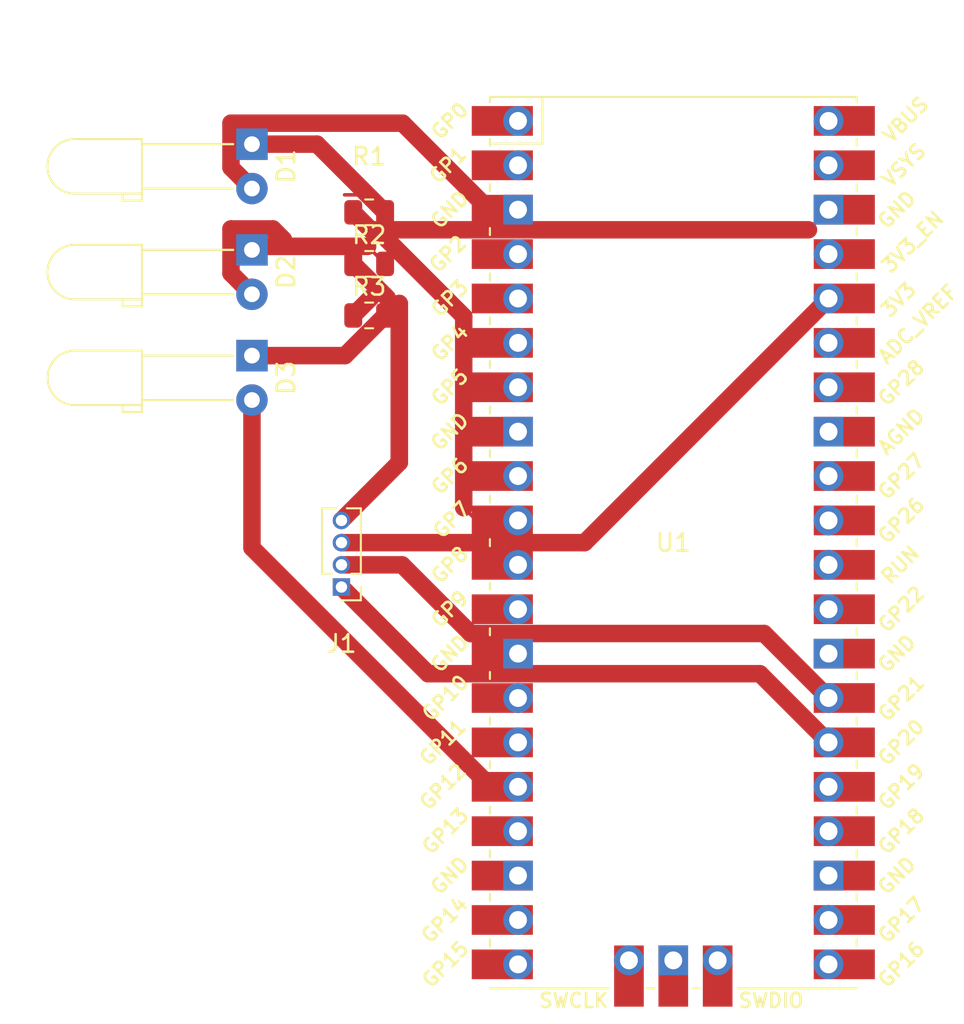
<source format=kicad_pcb>
(kicad_pcb (version 20240108) (generator "pcbnew") (generator_version "8.0")
  (layers (0 "F.Cu" signal) (31 "B.Cu" signal) (34 "B.Paste" user) (35 "F.Paste" user) (36 "B.SilkS" user "B.Silkscreen") (37 "F.SilkS" user "F.Silkscreen") (38 "B.Mask" user) (39 "F.Mask" user) (44 "Edge.Cuts" user))
  (net 0 "")
  (net 1 "Net-(D3-A)")
  (net 26 "Net-(J1-Pin_3)")
  (net 27 "Net-(J1-Pin_2)")
  (footprint "Resistor_SMD:R_0805_2012Metric" (layer "F.Cu") (at 144.9775 76)
    (property "Reference" "R2" (at 0 -1.65 0) (layer "F.SilkS"))
    (property "Value" "220R")
    (fp_line (start -0.227064 -0.735) (end 0.227064 -0.735) (stroke (width 0.12)) (layer "F.SilkS"))
    (fp_line (start -0.227064 0.735) (end 0.227064 0.735) (stroke (width 0.12)) (layer "F.SilkS"))
    (pad "1" smd roundrect (at -0.9125 0) (size 1.025 1.4) (layers "F.Cu" "F.Paste" "F.Mask") (roundrect_rratio 0.243902) (net 26 "Net-(J1-Pin_3)"))
    (pad "2" smd roundrect (at 0.9125 0) (size 1.025 1.4) (layers "F.Cu" "F.Paste" "F.Mask") (roundrect_rratio 0.243902) (net 26 "Net-(J1-Pin_3)"))
  )
  (footprint "LED_THT:LED_D3.0mm_Horizontal_O6.35mm_Z10.0mm" (layer "F.Cu") (at 138.265 75.2 -90)
    (property "Reference" "D2" (at 1.27 -1.96 90) (layer "F.SilkS"))
    (property "Value" "LED")
    (fp_line (start 2.83 7.41) (end 2.83 6.29) (stroke (width 0.12)) (layer "F.SilkS"))
    (fp_line (start 3.23 7.41) (end 2.83 7.41) (stroke (width 0.12)) (layer "F.SilkS"))
    (fp_line (start -0.29 6.29) (end -0.29 10.15) (stroke (width 0.12)) (layer "F.SilkS"))
    (fp_line (start -0.29 6.29) (end 2.83 6.29) (stroke (width 0.12)) (layer "F.SilkS"))
    (fp_line (start 0 6.29) (end 0 6.29) (stroke (width 0.12)) (layer "F.SilkS"))
    (fp_line (start 0 6.29) (end 0 1.08) (stroke (width 0.12)) (layer "F.SilkS"))
    (fp_line (start 2.54 6.29) (end 2.54 6.29) (stroke (width 0.12)) (layer "F.SilkS"))
    (fp_line (start 2.54 6.29) (end 2.54 1.08) (stroke (width 0.12)) (layer "F.SilkS"))
    (fp_line (start 2.83 6.29) (end 2.83 10.15) (stroke (width 0.12)) (layer "F.SilkS"))
    (fp_line (start 2.83 6.29) (end 3.23 6.29) (stroke (width 0.12)) (layer "F.SilkS"))
    (fp_line (start 3.23 6.29) (end 3.23 7.41) (stroke (width 0.12)) (layer "F.SilkS"))
    (fp_line (start 0 1.08) (end 0 6.29) (stroke (width 0.12)) (layer "F.SilkS"))
    (fp_line (start 0 1.08) (end 0 1.08) (stroke (width 0.12)) (layer "F.SilkS"))
    (fp_line (start 2.54 1.08) (end 2.54 6.29) (stroke (width 0.12)) (layer "F.SilkS"))
    (fp_line (start 2.54 1.08) (end 2.54 1.08) (stroke (width 0.12)) (layer "F.SilkS"))
    (fp_arc (start 2.83 10.15) (mid 1.27 11.71) (end -0.29 10.15) (stroke (width 0.12)) (layer "F.SilkS"))
    (pad "1" thru_hole rect (at 0 0 270) (size 1.8 1.8) (drill 0.9) (layers "*.Cu" "*.Mask") (net 26 "Net-(J1-Pin_3)"))
    (pad "2" thru_hole circle (at 2.54 0 270) (size 1.8 1.8) (drill 0.9) (layers "*.Cu" "*.Mask") (net 26 "Net-(J1-Pin_3)"))
  )
  (footprint "Connector_PinHeader_1.27mm:PinHeader_1x04_P1.27mm_Vertical" (layer "F.Cu") (at 143.39 94.49 180)
    (property "Reference" "J1" (at 0 -3.245 180) (layer "F.SilkS"))
    (property "Value" "Conn_01x04_Pin")
    (fp_line (start 1.11 0.76) (end 1.11 4.505) (stroke (width 0.12)) (layer "F.SilkS"))
    (fp_line (start 0.563471 0.76) (end 1.11 0.76) (stroke (width 0.12)) (layer "F.SilkS"))
    (fp_line (start 0.30753 4.505) (end 1.11 4.505) (stroke (width 0.12)) (layer "F.SilkS"))
    (fp_line (start -1.11 4.505) (end -0.30753 4.505) (stroke (width 0.12)) (layer "F.SilkS"))
    (fp_line (start -1.11 0.76) (end -0.563471 0.76) (stroke (width 0.12)) (layer "F.SilkS"))
    (fp_line (start -1.11 0.76) (end -1.11 4.505) (stroke (width 0.12)) (layer "F.SilkS"))
    (fp_line (start -1.11 0) (end -1.11 -0.76) (stroke (width 0.12)) (layer "F.SilkS"))
    (fp_line (start -1.11 -0.76) (end 0 -0.76) (stroke (width 0.12)) (layer "F.SilkS"))
    (pad "1" thru_hole rect (at 0 0 180) (size 1 1) (drill 0.65) (layers "*.Cu" "*.Mask") (net 27 "Net-(J1-Pin_2)"))
    (pad "2" thru_hole oval (at 0 1.27 180) (size 1 1) (drill 0.65) (layers "*.Cu" "*.Mask") (net 27 "Net-(J1-Pin_2)"))
    (pad "3" thru_hole oval (at 0 2.54 180) (size 1 1) (drill 0.65) (layers "*.Cu" "*.Mask") (net 26 "Net-(J1-Pin_3)"))
    (pad "4" thru_hole oval (at 0 3.81 180) (size 1 1) (drill 0.65) (layers "*.Cu" "*.Mask") (net 26 "Net-(J1-Pin_3)"))
  )
  (footprint "LED_THT:LED_D3.0mm_Horizontal_O6.35mm_Z10.0mm" (layer "F.Cu") (at 138.265 69.15 -90)
    (property "Reference" "D1" (at 1.27 -1.96 90) (layer "F.SilkS"))
    (property "Value" "LED")
    (fp_line (start 2.83 7.41) (end 2.83 6.29) (stroke (width 0.12)) (layer "F.SilkS"))
    (fp_line (start 3.23 7.41) (end 2.83 7.41) (stroke (width 0.12)) (layer "F.SilkS"))
    (fp_line (start -0.29 6.29) (end -0.29 10.15) (stroke (width 0.12)) (layer "F.SilkS"))
    (fp_line (start -0.29 6.29) (end 2.83 6.29) (stroke (width 0.12)) (layer "F.SilkS"))
    (fp_line (start 0 6.29) (end 0 6.29) (stroke (width 0.12)) (layer "F.SilkS"))
    (fp_line (start 0 6.29) (end 0 1.08) (stroke (width 0.12)) (layer "F.SilkS"))
    (fp_line (start 2.54 6.29) (end 2.54 6.29) (stroke (width 0.12)) (layer "F.SilkS"))
    (fp_line (start 2.54 6.29) (end 2.54 1.08) (stroke (width 0.12)) (layer "F.SilkS"))
    (fp_line (start 2.83 6.29) (end 2.83 10.15) (stroke (width 0.12)) (layer "F.SilkS"))
    (fp_line (start 2.83 6.29) (end 3.23 6.29) (stroke (width 0.12)) (layer "F.SilkS"))
    (fp_line (start 3.23 6.29) (end 3.23 7.41) (stroke (width 0.12)) (layer "F.SilkS"))
    (fp_line (start 0 1.08) (end 0 6.29) (stroke (width 0.12)) (layer "F.SilkS"))
    (fp_line (start 0 1.08) (end 0 1.08) (stroke (width 0.12)) (layer "F.SilkS"))
    (fp_line (start 2.54 1.08) (end 2.54 6.29) (stroke (width 0.12)) (layer "F.SilkS"))
    (fp_line (start 2.54 1.08) (end 2.54 1.08) (stroke (width 0.12)) (layer "F.SilkS"))
    (fp_arc (start 2.83 10.15) (mid 1.27 11.71) (end -0.29 10.15) (stroke (width 0.12)) (layer "F.SilkS"))
    (pad "1" thru_hole rect (at 0 0 270) (size 1.8 1.8) (drill 0.9) (layers "*.Cu" "*.Mask") (net 26 "Net-(J1-Pin_3)"))
    (pad "2" thru_hole circle (at 2.54 0 270) (size 1.8 1.8) (drill 0.9) (layers "*.Cu" "*.Mask") (net 26 "Net-(J1-Pin_3)"))
  )
  (footprint "MCU_RaspberryPi_and_Boards:RPi_Pico_SMD_TH" (layer "F.Cu") (at 162.39 91.95)
    (property "Reference" "U1" (at 0 0 0) (layer "F.SilkS"))
    (property "Value" "Pico")
    (fp_line (start -10.5 -25.5) (end -10.5 -25.2) (stroke (width 0.12)) (layer "F.SilkS"))
    (fp_line (start -10.5 -25.5) (end 10.5 -25.5) (stroke (width 0.12)) (layer "F.SilkS"))
    (fp_line (start -10.5 -23.1) (end -10.5 -22.7) (stroke (width 0.12)) (layer "F.SilkS"))
    (fp_line (start -10.5 -22.833) (end -7.493 -22.833) (stroke (width 0.12)) (layer "F.SilkS"))
    (fp_line (start -10.5 -20.5) (end -10.5 -20.1) (stroke (width 0.12)) (layer "F.SilkS"))
    (fp_line (start -10.5 -18) (end -10.5 -17.6) (stroke (width 0.12)) (layer "F.SilkS"))
    (fp_line (start -10.5 -15.4) (end -10.5 -15) (stroke (width 0.12)) (layer "F.SilkS"))
    (fp_line (start -10.5 -12.9) (end -10.5 -12.5) (stroke (width 0.12)) (layer "F.SilkS"))
    (fp_line (start -10.5 -10.4) (end -10.5 -10) (stroke (width 0.12)) (layer "F.SilkS"))
    (fp_line (start -10.5 -7.8) (end -10.5 -7.4) (stroke (width 0.12)) (layer "F.SilkS"))
    (fp_line (start -10.5 -5.3) (end -10.5 -4.9) (stroke (width 0.12)) (layer "F.SilkS"))
    (fp_line (start -10.5 -2.7) (end -10.5 -2.3) (stroke (width 0.12)) (layer "F.SilkS"))
    (fp_line (start -10.5 -0.2) (end -10.5 0.2) (stroke (width 0.12)) (layer "F.SilkS"))
    (fp_line (start -10.5 2.3) (end -10.5 2.7) (stroke (width 0.12)) (layer "F.SilkS"))
    (fp_line (start -10.5 4.9) (end -10.5 5.3) (stroke (width 0.12)) (layer "F.SilkS"))
    (fp_line (start -10.5 7.4) (end -10.5 7.8) (stroke (width 0.12)) (layer "F.SilkS"))
    (fp_line (start -10.5 10) (end -10.5 10.4) (stroke (width 0.12)) (layer "F.SilkS"))
    (fp_line (start -10.5 12.5) (end -10.5 12.9) (stroke (width 0.12)) (layer "F.SilkS"))
    (fp_line (start -10.5 15.1) (end -10.5 15.5) (stroke (width 0.12)) (layer "F.SilkS"))
    (fp_line (start -10.5 17.6) (end -10.5 18) (stroke (width 0.12)) (layer "F.SilkS"))
    (fp_line (start -10.5 20.1) (end -10.5 20.5) (stroke (width 0.12)) (layer "F.SilkS"))
    (fp_line (start -10.5 22.7) (end -10.5 23.1) (stroke (width 0.12)) (layer "F.SilkS"))
    (fp_line (start -7.493 -22.833) (end -7.493 -25.5) (stroke (width 0.12)) (layer "F.SilkS"))
    (fp_line (start -3.7 25.5) (end -10.5 25.5) (stroke (width 0.12)) (layer "F.SilkS"))
    (fp_line (start -1.5 25.5) (end -1.1 25.5) (stroke (width 0.12)) (layer "F.SilkS"))
    (fp_line (start 1.1 25.5) (end 1.5 25.5) (stroke (width 0.12)) (layer "F.SilkS"))
    (fp_line (start 10.5 -25.5) (end 10.5 -25.2) (stroke (width 0.12)) (layer "F.SilkS"))
    (fp_line (start 10.5 -23.1) (end 10.5 -22.7) (stroke (width 0.12)) (layer "F.SilkS"))
    (fp_line (start 10.5 -20.5) (end 10.5 -20.1) (stroke (width 0.12)) (layer "F.SilkS"))
    (fp_line (start 10.5 -18) (end 10.5 -17.6) (stroke (width 0.12)) (layer "F.SilkS"))
    (fp_line (start 10.5 -15.4) (end 10.5 -15) (stroke (width 0.12)) (layer "F.SilkS"))
    (fp_line (start 10.5 -12.9) (end 10.5 -12.5) (stroke (width 0.12)) (layer "F.SilkS"))
    (fp_line (start 10.5 -10.4) (end 10.5 -10) (stroke (width 0.12)) (layer "F.SilkS"))
    (fp_line (start 10.5 -7.8) (end 10.5 -7.4) (stroke (width 0.12)) (layer "F.SilkS"))
    (fp_line (start 10.5 -5.3) (end 10.5 -4.9) (stroke (width 0.12)) (layer "F.SilkS"))
    (fp_line (start 10.5 -2.7) (end 10.5 -2.3) (stroke (width 0.12)) (layer "F.SilkS"))
    (fp_line (start 10.5 -0.2) (end 10.5 0.2) (stroke (width 0.12)) (layer "F.SilkS"))
    (fp_line (start 10.5 2.3) (end 10.5 2.7) (stroke (width 0.12)) (layer "F.SilkS"))
    (fp_line (start 10.5 4.9) (end 10.5 5.3) (stroke (width 0.12)) (layer "F.SilkS"))
    (fp_line (start 10.5 7.4) (end 10.5 7.8) (stroke (width 0.12)) (layer "F.SilkS"))
    (fp_line (start 10.5 10) (end 10.5 10.4) (stroke (width 0.12)) (layer "F.SilkS"))
    (fp_line (start 10.5 12.5) (end 10.5 12.9) (stroke (width 0.12)) (layer "F.SilkS"))
    (fp_line (start 10.5 15.1) (end 10.5 15.5) (stroke (width 0.12)) (layer "F.SilkS"))
    (fp_line (start 10.5 17.6) (end 10.5 18) (stroke (width 0.12)) (layer "F.SilkS"))
    (fp_line (start 10.5 20.1) (end 10.5 20.5) (stroke (width 0.12)) (layer "F.SilkS"))
    (fp_line (start 10.5 22.7) (end 10.5 23.1) (stroke (width 0.12)) (layer "F.SilkS"))
    (fp_line (start 10.5 25.5) (end 3.7 25.5) (stroke (width 0.12)) (layer "F.SilkS"))
    (fp_text user "GP12" (at -13.2 13.97 45) (layer "F.SilkS") (effects (font (size 0.8 0.8))))
    (fp_text user "GP27" (at 13.054 -3.8 45) (layer "F.SilkS") (effects (font (size 0.8 0.8))))
    (fp_text user "GP15" (at -13.054 24.13 45) (layer "F.SilkS") (effects (font (size 0.8 0.8))))
    (fp_text user "GP5" (at -12.8 -8.89 45) (layer "F.SilkS") (effects (font (size 0.8 0.8))))
    (fp_text user "GP4" (at -12.8 -11.43 45) (layer "F.SilkS") (effects (font (size 0.8 0.8))))
    (fp_text user "RUN" (at 13 1.27 45) (layer "F.SilkS") (effects (font (size 0.8 0.8))))
    (fp_text user "GND" (at 12.8 6.35 45) (layer "F.SilkS") (effects (font (size 0.8 0.8))))
    (fp_text user "GP21" (at 13.054 8.9 45) (layer "F.SilkS") (effects (font (size 0.8 0.8))))
    (fp_text user "GP19" (at 13.054 13.97 45) (layer "F.SilkS") (effects (font (size 0.8 0.8))))
    (fp_text user "GP9" (at -12.8 3.81 45) (layer "F.SilkS") (effects (font (size 0.8 0.8))))
    (fp_text user "GND" (at 12.8 19.05 45) (layer "F.SilkS") (effects (font (size 0.8 0.8))))
    (fp_text user "GP16" (at 13.054 24.13 45) (layer "F.SilkS") (effects (font (size 0.8 0.8))))
    (fp_text user "GP13" (at -13.054 16.51 45) (layer "F.SilkS") (effects (font (size 0.8 0.8))))
    (fp_text user "GND" (at -12.8 -19.05 45) (layer "F.SilkS") (effects (font (size 0.8 0.8))))
    (fp_text user "GP18" (at 13.054 16.51 45) (layer "F.SilkS") (effects (font (size 0.8 0.8))))
    (fp_text user "GND" (at 12.8 -19.05 45) (layer "F.SilkS") (effects (font (size 0.8 0.8))))
    (fp_text user "VBUS" (at 13.3 -24.2 45) (layer "F.SilkS") (effects (font (size 0.8 0.8))))
    (fp_text user "GP0" (at -12.8 -24.13 45) (layer "F.SilkS") (effects (font (size 0.8 0.8))))
    (fp_text user "ADC_VREF" (at 14 -12.5 45) (layer "F.SilkS") (effects (font (size 0.8 0.8))))
    (fp_text user "GND" (at -12.8 -6.35 45) (layer "F.SilkS") (effects (font (size 0.8 0.8))))
    (fp_text user "GP20" (at 13.054 11.43 45) (layer "F.SilkS") (effects (font (size 0.8 0.8))))
    (fp_text user "GP11" (at -13.2 11.43 45) (layer "F.SilkS") (effects (font (size 0.8 0.8))))
    (fp_text user "SWCLK" (at -5.7 26.2 0) (layer "F.SilkS") (effects (font (size 0.8 0.8))))
    (fp_text user "GND" (at -12.8 19.05 45) (layer "F.SilkS") (effects (font (size 0.8 0.8))))
    (fp_text user "AGND" (at 13.054 -6.35 45) (layer "F.SilkS") (effects (font (size 0.8 0.8))))
    (fp_text user "GP14" (at -13.1 21.59 45) (layer "F.SilkS") (effects (font (size 0.8 0.8))))
    (fp_text user "3V3_EN" (at 13.7 -17.2 45) (layer "F.SilkS") (effects (font (size 0.8 0.8))))
    (fp_text user "GND" (at -12.8 6.35 45) (layer "F.SilkS") (effects (font (size 0.8 0.8))))
    (fp_text user "GP7" (at -12.7 -1.3 45) (layer "F.SilkS") (effects (font (size 0.8 0.8))))
    (fp_text user "GP8" (at -12.8 1.27 45) (layer "F.SilkS") (effects (font (size 0.8 0.8))))
    (fp_text user "3V3" (at 12.9 -13.9 45) (layer "F.SilkS") (effects (font (size 0.8 0.8))))
    (fp_text user "GP6" (at -12.8 -3.81 45) (layer "F.SilkS") (effects (font (size 0.8 0.8))))
    (fp_text user "VSYS" (at 13.2 -21.59 45) (layer "F.SilkS") (effects (font (size 0.8 0.8))))
    (fp_text user "GP28" (at 13.054 -9.144 45) (layer "F.SilkS") (effects (font (size 0.8 0.8))))
    (fp_text user "GP1" (at -12.9 -21.6 45) (layer "F.SilkS") (effects (font (size 0.8 0.8))))
    (fp_text user "GP22" (at 13.054 3.81 45) (layer "F.SilkS") (effects (font (size 0.8 0.8))))
    (fp_text user "GP3" (at -12.8 -13.97 45) (layer "F.SilkS") (effects (font (size 0.8 0.8))))
    (fp_text user "SWDIO" (at 5.6 26.2 0) (layer "F.SilkS") (effects (font (size 0.8 0.8))))
    (fp_text user "GP26" (at 13.054 -1.27 45) (layer "F.SilkS") (effects (font (size 0.8 0.8))))
    (fp_text user "GP2" (at -12.9 -16.51 45) (layer "F.SilkS") (effects (font (size 0.8 0.8))))
    (fp_text user "GP10" (at -13.054 8.89 45) (layer "F.SilkS") (effects (font (size 0.8 0.8))))
    (fp_text user "GP17" (at 13.054 21.59 45) (layer "F.SilkS") (effects (font (size 0.8 0.8))))
    (pad "" np_thru_hole oval (at -2.725 -24) (size 1.8 1.8) (drill 1.8) (layers "*.Cu" "*.Mask"))
    (pad "" np_thru_hole oval (at -2.425 -20.97) (size 1.5 1.5) (drill 1.5) (layers "*.Cu" "*.Mask"))
    (pad "" np_thru_hole oval (at 2.425 -20.97) (size 1.5 1.5) (drill 1.5) (layers "*.Cu" "*.Mask"))
    (pad "" np_thru_hole oval (at 2.725 -24) (size 1.8 1.8) (drill 1.8) (layers "*.Cu" "*.Mask"))
    (pad "1" thru_hole oval (at -8.89 -24.13) (size 1.7 1.7) (drill 1.02) (layers "*.Cu" "*.Mask"))
    (pad "1" smd rect (at -8.89 -24.13) (size 3.5 1.7) (drill (offset -0.9 0)) (layers "F.Cu" "F.Mask"))
    (pad "2" thru_hole oval (at -8.89 -21.59) (size 1.7 1.7) (drill 1.02) (layers "*.Cu" "*.Mask") (net 26 "Net-(J1-Pin_3)"))
    (pad "2" smd rect (at -8.89 -21.59) (size 3.5 1.7) (drill (offset -0.9 0)) (layers "F.Cu" "F.Mask") (net 26 "Net-(J1-Pin_3)"))
    (pad "3" thru_hole rect (at -8.89 -19.05) (size 1.7 1.7) (drill 1.02) (layers "*.Cu" "*.Mask") (net 26 "Net-(J1-Pin_3)"))
    (pad "3" smd rect (at -8.89 -19.05) (size 3.5 1.7) (drill (offset -0.9 0)) (layers "F.Cu" "F.Mask") (net 26 "Net-(J1-Pin_3)"))
    (pad "4" thru_hole oval (at -8.89 -16.51) (size 1.7 1.7) (drill 1.02) (layers "*.Cu" "*.Mask"))
    (pad "4" smd rect (at -8.89 -16.51) (size 3.5 1.7) (drill (offset -0.9 0)) (layers "F.Cu" "F.Mask"))
    (pad "5" thru_hole oval (at -8.89 -13.97) (size 1.7 1.7) (drill 1.02) (layers "*.Cu" "*.Mask") (net 26 "Net-(J1-Pin_3)"))
    (pad "5" smd rect (at -8.89 -13.97) (size 3.5 1.7) (drill (offset -0.9 0)) (layers "F.Cu" "F.Mask") (net 26 "Net-(J1-Pin_3)"))
    (pad "6" thru_hole oval (at -8.89 -11.43) (size 1.7 1.7) (drill 1.02) (layers "*.Cu" "*.Mask") (net 26 "Net-(J1-Pin_3)"))
    (pad "6" smd rect (at -8.89 -11.43) (size 3.5 1.7) (drill (offset -0.9 0)) (layers "F.Cu" "F.Mask") (net 26 "Net-(J1-Pin_3)"))
    (pad "7" thru_hole oval (at -8.89 -8.89) (size 1.7 1.7) (drill 1.02) (layers "*.Cu" "*.Mask") (net 26 "Net-(J1-Pin_3)"))
    (pad "7" smd rect (at -8.89 -8.89) (size 3.5 1.7) (drill (offset -0.9 0)) (layers "F.Cu" "F.Mask") (net 26 "Net-(J1-Pin_3)"))
    (pad "8" thru_hole rect (at -8.89 -6.35) (size 1.7 1.7) (drill 1.02) (layers "*.Cu" "*.Mask") (net 26 "Net-(J1-Pin_3)"))
    (pad "8" smd rect (at -8.89 -6.35) (size 3.5 1.7) (drill (offset -0.9 0)) (layers "F.Cu" "F.Mask") (net 26 "Net-(J1-Pin_3)"))
    (pad "9" thru_hole oval (at -8.89 -3.81) (size 1.7 1.7) (drill 1.02) (layers "*.Cu" "*.Mask") (net 26 "Net-(J1-Pin_3)"))
    (pad "9" smd rect (at -8.89 -3.81) (size 3.5 1.7) (drill (offset -0.9 0)) (layers "F.Cu" "F.Mask") (net 26 "Net-(J1-Pin_3)"))
    (pad "10" thru_hole oval (at -8.89 -1.27) (size 1.7 1.7) (drill 1.02) (layers "*.Cu" "*.Mask") (net 26 "Net-(J1-Pin_3)"))
    (pad "10" smd rect (at -8.89 -1.27) (size 3.5 1.7) (drill (offset -0.9 0)) (layers "F.Cu" "F.Mask") (net 26 "Net-(J1-Pin_3)"))
    (pad "11" thru_hole oval (at -8.89 1.27) (size 1.7 1.7) (drill 1.02) (layers "*.Cu" "*.Mask") (net 26 "Net-(J1-Pin_3)"))
    (pad "11" smd rect (at -8.89 1.27) (size 3.5 1.7) (drill (offset -0.9 0)) (layers "F.Cu" "F.Mask") (net 26 "Net-(J1-Pin_3)"))
    (pad "12" thru_hole oval (at -8.89 3.81) (size 1.7 1.7) (drill 1.02) (layers "*.Cu" "*.Mask") (net 27 "Net-(J1-Pin_2)"))
    (pad "12" smd rect (at -8.89 3.81) (size 3.5 1.7) (drill (offset -0.9 0)) (layers "F.Cu" "F.Mask") (net 27 "Net-(J1-Pin_2)"))
    (pad "13" thru_hole rect (at -8.89 6.35) (size 1.7 1.7) (drill 1.02) (layers "*.Cu" "*.Mask") (net 27 "Net-(J1-Pin_2)"))
    (pad "13" smd rect (at -8.89 6.35) (size 3.5 1.7) (drill (offset -0.9 0)) (layers "F.Cu" "F.Mask") (net 27 "Net-(J1-Pin_2)"))
    (pad "14" thru_hole oval (at -8.89 8.89) (size 1.7 1.7) (drill 1.02) (layers "*.Cu" "*.Mask"))
    (pad "14" smd rect (at -8.89 8.89) (size 3.5 1.7) (drill (offset -0.9 0)) (layers "F.Cu" "F.Mask"))
    (pad "15" thru_hole oval (at -8.89 11.43) (size 1.7 1.7) (drill 1.02) (layers "*.Cu" "*.Mask") (net 1 "Net-(D3-A)"))
    (pad "15" smd rect (at -8.89 11.43) (size 3.5 1.7) (drill (offset -0.9 0)) (layers "F.Cu" "F.Mask") (net 1 "Net-(D3-A)"))
    (pad "16" thru_hole oval (at -8.89 13.97) (size 1.7 1.7) (drill 1.02) (layers "*.Cu" "*.Mask") (net 1 "Net-(D3-A)"))
    (pad "16" smd rect (at -8.89 13.97) (size 3.5 1.7) (drill (offset -0.9 0)) (layers "F.Cu" "F.Mask") (net 1 "Net-(D3-A)"))
    (pad "17" thru_hole oval (at -8.89 16.51) (size 1.7 1.7) (drill 1.02) (layers "*.Cu" "*.Mask"))
    (pad "17" smd rect (at -8.89 16.51) (size 3.5 1.7) (drill (offset -0.9 0)) (layers "F.Cu" "F.Mask"))
    (pad "18" thru_hole rect (at -8.89 19.05) (size 1.7 1.7) (drill 1.02) (layers "*.Cu" "*.Mask"))
    (pad "18" smd rect (at -8.89 19.05) (size 3.5 1.7) (drill (offset -0.9 0)) (layers "F.Cu" "F.Mask"))
    (pad "19" thru_hole oval (at -8.89 21.59) (size 1.7 1.7) (drill 1.02) (layers "*.Cu" "*.Mask"))
    (pad "19" smd rect (at -8.89 21.59) (size 3.5 1.7) (drill (offset -0.9 0)) (layers "F.Cu" "F.Mask"))
    (pad "20" thru_hole oval (at -8.89 24.13) (size 1.7 1.7) (drill 1.02) (layers "*.Cu" "*.Mask"))
    (pad "20" smd rect (at -8.89 24.13) (size 3.5 1.7) (drill (offset -0.9 0)) (layers "F.Cu" "F.Mask"))
    (pad "21" thru_hole oval (at 8.89 24.13) (size 1.7 1.7) (drill 1.02) (layers "*.Cu" "*.Mask"))
    (pad "21" smd rect (at 8.89 24.13) (size 3.5 1.7) (drill (offset 0.9 0)) (layers "F.Cu" "F.Mask"))
    (pad "22" thru_hole oval (at 8.89 21.59) (size 1.7 1.7) (drill 1.02) (layers "*.Cu" "*.Mask"))
    (pad "22" smd rect (at 8.89 21.59) (size 3.5 1.7) (drill (offset 0.9 0)) (layers "F.Cu" "F.Mask"))
    (pad "23" thru_hole rect (at 8.89 19.05) (size 1.7 1.7) (drill 1.02) (layers "*.Cu" "*.Mask"))
    (pad "23" smd rect (at 8.89 19.05) (size 3.5 1.7) (drill (offset 0.9 0)) (layers "F.Cu" "F.Mask"))
    (pad "24" thru_hole oval (at 8.89 16.51) (size 1.7 1.7) (drill 1.02) (layers "*.Cu" "*.Mask"))
    (pad "24" smd rect (at 8.89 16.51) (size 3.5 1.7) (drill (offset 0.9 0)) (layers "F.Cu" "F.Mask"))
    (pad "25" thru_hole oval (at 8.89 13.97) (size 1.7 1.7) (drill 1.02) (layers "*.Cu" "*.Mask"))
    (pad "25" smd rect (at 8.89 13.97) (size 3.5 1.7) (drill (offset 0.9 0)) (layers "F.Cu" "F.Mask"))
    (pad "26" thru_hole oval (at 8.89 11.43) (size 1.7 1.7) (drill 1.02) (layers "*.Cu" "*.Mask") (net 27 "Net-(J1-Pin_2)"))
    (pad "26" smd rect (at 8.89 11.43) (size 3.5 1.7) (drill (offset 0.9 0)) (layers "F.Cu" "F.Mask") (net 27 "Net-(J1-Pin_2)"))
    (pad "27" thru_hole oval (at 8.89 8.89) (size 1.7 1.7) (drill 1.02) (layers "*.Cu" "*.Mask") (net 27 "Net-(J1-Pin_2)"))
    (pad "27" smd rect (at 8.89 8.89) (size 3.5 1.7) (drill (offset 0.9 0)) (layers "F.Cu" "F.Mask") (net 27 "Net-(J1-Pin_2)"))
    (pad "28" thru_hole rect (at 8.89 6.35) (size 1.7 1.7) (drill 1.02) (layers "*.Cu" "*.Mask"))
    (pad "28" smd rect (at 8.89 6.35) (size 3.5 1.7) (drill (offset 0.9 0)) (layers "F.Cu" "F.Mask"))
    (pad "29" thru_hole oval (at 8.89 3.81) (size 1.7 1.7) (drill 1.02) (layers "*.Cu" "*.Mask"))
    (pad "29" smd rect (at 8.89 3.81) (size 3.5 1.7) (drill (offset 0.9 0)) (layers "F.Cu" "F.Mask"))
    (pad "30" thru_hole oval (at 8.89 1.27) (size 1.7 1.7) (drill 1.02) (layers "*.Cu" "*.Mask"))
    (pad "30" smd rect (at 8.89 1.27) (size 3.5 1.7) (drill (offset 0.9 0)) (layers "F.Cu" "F.Mask"))
    (pad "31" thru_hole oval (at 8.89 -1.27) (size 1.7 1.7) (drill 1.02) (layers "*.Cu" "*.Mask"))
    (pad "31" smd rect (at 8.89 -1.27) (size 3.5 1.7) (drill (offset 0.9 0)) (layers "F.Cu" "F.Mask"))
    (pad "32" thru_hole oval (at 8.89 -3.81) (size 1.7 1.7) (drill 1.02) (layers "*.Cu" "*.Mask"))
    (pad "32" smd rect (at 8.89 -3.81) (size 3.5 1.7) (drill (offset 0.9 0)) (layers "F.Cu" "F.Mask"))
    (pad "33" thru_hole rect (at 8.89 -6.35) (size 1.7 1.7) (drill 1.02) (layers "*.Cu" "*.Mask"))
    (pad "33" smd rect (at 8.89 -6.35) (size 3.5 1.7) (drill (offset 0.9 0)) (layers "F.Cu" "F.Mask"))
    (pad "34" thru_hole oval (at 8.89 -8.89) (size 1.7 1.7) (drill 1.02) (layers "*.Cu" "*.Mask"))
    (pad "34" smd rect (at 8.89 -8.89) (size 3.5 1.7) (drill (offset 0.9 0)) (layers "F.Cu" "F.Mask"))
    (pad "35" thru_hole oval (at 8.89 -11.43) (size 1.7 1.7) (drill 1.02) (layers "*.Cu" "*.Mask"))
    (pad "35" smd rect (at 8.89 -11.43) (size 3.5 1.7) (drill (offset 0.9 0)) (layers "F.Cu" "F.Mask"))
    (pad "36" thru_hole oval (at 8.89 -13.97) (size 1.7 1.7) (drill 1.02) (layers "*.Cu" "*.Mask") (net 26 "Net-(J1-Pin_3)"))
    (pad "36" smd rect (at 8.89 -13.97) (size 3.5 1.7) (drill (offset 0.9 0)) (layers "F.Cu" "F.Mask") (net 26 "Net-(J1-Pin_3)"))
    (pad "37" thru_hole oval (at 8.89 -16.51) (size 1.7 1.7) (drill 1.02) (layers "*.Cu" "*.Mask"))
    (pad "37" smd rect (at 8.89 -16.51) (size 3.5 1.7) (drill (offset 0.9 0)) (layers "F.Cu" "F.Mask"))
    (pad "38" thru_hole rect (at 8.89 -19.05) (size 1.7 1.7) (drill 1.02) (layers "*.Cu" "*.Mask") (net 26 "Net-(J1-Pin_3)"))
    (pad "38" smd rect (at 8.89 -19.05) (size 3.5 1.7) (drill (offset 0.9 0)) (layers "F.Cu" "F.Mask") (net 26 "Net-(J1-Pin_3)"))
    (pad "39" thru_hole oval (at 8.89 -21.59) (size 1.7 1.7) (drill 1.02) (layers "*.Cu" "*.Mask"))
    (pad "39" smd rect (at 8.89 -21.59) (size 3.5 1.7) (drill (offset 0.9 0)) (layers "F.Cu" "F.Mask"))
    (pad "40" thru_hole oval (at 8.89 -24.13) (size 1.7 1.7) (drill 1.02) (layers "*.Cu" "*.Mask"))
    (pad "40" smd rect (at 8.89 -24.13) (size 3.5 1.7) (drill (offset 0.9 0)) (layers "F.Cu" "F.Mask"))
    (pad "41" thru_hole oval (at -2.54 23.9) (size 1.7 1.7) (drill 1.02) (layers "*.Cu" "*.Mask"))
    (pad "41" smd rect (at -2.54 23.9 90) (size 3.5 1.7) (drill (offset -0.9 0)) (layers "F.Cu" "F.Mask"))
    (pad "42" thru_hole rect (at 0 23.9) (size 1.7 1.7) (drill 1.02) (layers "*.Cu" "*.Mask"))
    (pad "42" smd rect (at 0 23.9 90) (size 3.5 1.7) (drill (offset -0.9 0)) (layers "F.Cu" "F.Mask"))
    (pad "43" thru_hole oval (at 2.54 23.9) (size 1.7 1.7) (drill 1.02) (layers "*.Cu" "*.Mask"))
    (pad "43" smd rect (at 2.54 23.9 90) (size 3.5 1.7) (drill (offset -0.9 0)) (layers "F.Cu" "F.Mask"))
  )
  (footprint "Resistor_SMD:R_0805_2012Metric" (layer "F.Cu") (at 144.9775 73.05)
    (property "Reference" "R1" (at 0 -3.2 0) (layer "F.SilkS"))
    (property "Value" "220R")
    (fp_line (start -0.227064 -0.735) (end 0.227064 -0.735) (stroke (width 0.12)) (layer "F.SilkS"))
    (fp_line (start -0.227064 0.735) (end 0.227064 0.735) (stroke (width 0.12)) (layer "F.SilkS"))
    (pad "1" smd roundrect (at -0.9125 0) (size 1.025 1.4) (layers "F.Cu" "F.Paste" "F.Mask") (roundrect_rratio 0.243902) (net 26 "Net-(J1-Pin_3)"))
    (pad "2" smd roundrect (at 0.9125 0) (size 1.025 1.4) (layers "F.Cu" "F.Paste" "F.Mask") (roundrect_rratio 0.243902) (net 26 "Net-(J1-Pin_3)"))
  )
  (footprint "LED_THT:LED_D3.0mm_Horizontal_O6.35mm_Z10.0mm" (layer "F.Cu") (at 138.265 81.25 -90)
    (property "Reference" "D3" (at 1.27 -1.96 90) (layer "F.SilkS"))
    (property "Value" "LED")
    (fp_line (start 2.83 7.41) (end 2.83 6.29) (stroke (width 0.12)) (layer "F.SilkS"))
    (fp_line (start 3.23 7.41) (end 2.83 7.41) (stroke (width 0.12)) (layer "F.SilkS"))
    (fp_line (start -0.29 6.29) (end -0.29 10.15) (stroke (width 0.12)) (layer "F.SilkS"))
    (fp_line (start -0.29 6.29) (end 2.83 6.29) (stroke (width 0.12)) (layer "F.SilkS"))
    (fp_line (start 0 6.29) (end 0 6.29) (stroke (width 0.12)) (layer "F.SilkS"))
    (fp_line (start 0 6.29) (end 0 1.08) (stroke (width 0.12)) (layer "F.SilkS"))
    (fp_line (start 2.54 6.29) (end 2.54 6.29) (stroke (width 0.12)) (layer "F.SilkS"))
    (fp_line (start 2.54 6.29) (end 2.54 1.08) (stroke (width 0.12)) (layer "F.SilkS"))
    (fp_line (start 2.83 6.29) (end 2.83 10.15) (stroke (width 0.12)) (layer "F.SilkS"))
    (fp_line (start 2.83 6.29) (end 3.23 6.29) (stroke (width 0.12)) (layer "F.SilkS"))
    (fp_line (start 3.23 6.29) (end 3.23 7.41) (stroke (width 0.12)) (layer "F.SilkS"))
    (fp_line (start 0 1.08) (end 0 6.29) (stroke (width 0.12)) (layer "F.SilkS"))
    (fp_line (start 0 1.08) (end 0 1.08) (stroke (width 0.12)) (layer "F.SilkS"))
    (fp_line (start 2.54 1.08) (end 2.54 6.29) (stroke (width 0.12)) (layer "F.SilkS"))
    (fp_line (start 2.54 1.08) (end 2.54 1.08) (stroke (width 0.12)) (layer "F.SilkS"))
    (fp_arc (start 2.83 10.15) (mid 1.27 11.71) (end -0.29 10.15) (stroke (width 0.12)) (layer "F.SilkS"))
    (pad "1" thru_hole rect (at 0 0 270) (size 1.8 1.8) (drill 0.9) (layers "*.Cu" "*.Mask") (net 26 "Net-(J1-Pin_3)"))
    (pad "2" thru_hole circle (at 2.54 0 270) (size 1.8 1.8) (drill 0.9) (layers "*.Cu" "*.Mask") (net 1 "Net-(D3-A)"))
  )
  (footprint "Resistor_SMD:R_0805_2012Metric" (layer "F.Cu") (at 144.9775 78.95)
    (property "Reference" "R3" (at 0 -1.65 0) (layer "F.SilkS"))
    (property "Value" "220R")
    (fp_line (start -0.227064 -0.735) (end 0.227064 -0.735) (stroke (width 0.12)) (layer "F.SilkS"))
    (fp_line (start -0.227064 0.735) (end 0.227064 0.735) (stroke (width 0.12)) (layer "F.SilkS"))
    (pad "1" smd roundrect (at -0.9125 0) (size 1.025 1.4) (layers "F.Cu" "F.Paste" "F.Mask") (roundrect_rratio 0.243902) (net 26 "Net-(J1-Pin_3)"))
    (pad "2" smd roundrect (at 0.9125 0) (size 1.025 1.4) (layers "F.Cu" "F.Paste" "F.Mask") (roundrect_rratio 0.243902) (net 26 "Net-(J1-Pin_3)"))
  )
  (segment (start 138.265 92.245) (end 151.94 105.92) (width 1) (layer "F.Cu") (net 1))
  (segment (start 151.94 105.92) (end 153.5 105.92) (width 0.2) (layer "F.Cu") (net 1))
  (segment (start 138.265 83.79) (end 138.265 92.245) (width 1) (layer "F.Cu") (net 1))
  (segment (start 137.065 74) (end 139.465 74) (width 1) (layer "F.Cu") (net 26))
  (segment (start 141.99 69.15) (end 145.89 73.05) (width 1) (layer "F.Cu") (net 26))
  (segment (start 138.265 81.25) (end 143.59 81.25) (width 1) (layer "F.Cu") (net 26))
  (segment (start 144.065 73.05) (end 145.065 74.05) (width 1) (layer "F.Cu") (net 26))
  (segment (start 146.015 77.95) (end 146.387244 77.95) (width 0.2) (layer "F.Cu") (net 26))
  (segment (start 138.39 77.615) (end 138.39 77.45) (width 0.2) (layer "F.Cu") (net 26))
  (segment (start 137.065 70.49) (end 137.065 67.95) (width 1) (layer "F.Cu") (net 26))
  (segment (start 139.465 74) (end 140.065 74.6) (width 1) (layer "F.Cu") (net 26))
  (segment (start 146.387244 77.95) (end 146.7025 78.265256) (width 0.2) (layer "F.Cu") (net 26))
  (segment (start 150.39 79.002756) (end 150.39 89.95) (width 1) (layer "F.Cu") (net 26))
  (segment (start 157.31 91.95) (end 171.28 77.98) (width 1) (layer "F.Cu") (net 26))
  (segment (start 143.94 76) (end 143.89 75.95) (width 0.2) (layer "F.Cu") (net 26))
  (segment (start 144.89 72.05) (end 145.89 73.05) (width 0.2) (layer "F.Cu") (net 26))
  (segment (start 146.7025 87.3675) (end 143.39 90.68) (width 1) (layer "F.Cu") (net 26))
  (segment (start 150.39 89.95) (end 151.12 90.68) (width 0.2) (layer "F.Cu") (net 26))
  (segment (start 144.065 76) (end 146.015 77.95) (width 1) (layer "F.Cu") (net 26))
  (segment (start 138.265 71.69) (end 137.065 70.49) (width 1) (layer "F.Cu") (net 26))
  (segment (start 137.065 76.54) (end 137.065 74) (width 1) (layer "F.Cu") (net 26))
  (segment (start 170.13 74.05) (end 171.28 72.9) (width 0.2) (layer "F.Cu") (net 26))
  (segment (start 140.065 74.6) (end 145.987244 74.6) (width 0.2) (layer "F.Cu") (net 26))
  (segment (start 138.265 77.74) (end 137.065 76.54) (width 1) (layer "F.Cu") (net 26))
  (segment (start 138.265 75.2) (end 138.465 75) (width 0.2) (layer "F.Cu") (net 26))
  (segment (start 137.065 67.95) (end 146.89 67.95) (width 1) (layer "F.Cu") (net 26))
  (segment (start 151.12 90.68) (end 153.5 90.68) (width 0.2) (layer "F.Cu") (net 26))
  (segment (start 143.59 81.25) (end 145.89 78.95) (width 1) (layer "F.Cu") (net 26))
  (segment (start 144.89 72.05) (end 143.567756 72.05) (width 0.2) (layer "F.Cu") (net 26))
  (segment (start 144.065 76) (end 143.94 76) (width 0.2) (layer "F.Cu") (net 26))
  (segment (start 143.39 91.95) (end 157.31 91.95) (width 1) (layer "F.Cu") (net 26))
  (segment (start 146.39 77.95) (end 146.7025 78.2625) (width 0.2) (layer "F.Cu") (net 26))
  (segment (start 138.265 69.15) (end 141.99 69.15) (width 1) (layer "F.Cu") (net 26))
  (segment (start 146.7025 78.2625) (end 146.7025 87.3675) (width 1) (layer "F.Cu") (net 26))
  (segment (start 144.89 75) (end 145.89 76) (width 0.2) (layer "F.Cu") (net 26))
  (segment (start 145.065 74.05) (end 170.13 74.05) (width 1) (layer "F.Cu") (net 26))
  (segment (start 138.39 77.615) (end 138.265 77.74) (width 0.2) (layer "F.Cu") (net 26))
  (segment (start 144.065 78.95) (end 145.065 77.95) (width 1) (layer "F.Cu") (net 26))
  (segment (start 145.065 77.95) (end 146.39 77.95) (width 0.2) (layer "F.Cu") (net 26))
  (segment (start 146.7025 78.265256) (end 146.7025 87.3675) (width 1) (layer "F.Cu") (net 26))
  (segment (start 146.89 67.95) (end 151.84 72.9) (width 1) (layer "F.Cu") (net 26))
  (segment (start 145.987244 74.6) (end 150.39 79.002756) (width 1) (layer "F.Cu") (net 26))
  (segment (start 151.84 72.9) (end 153.5 72.9) (width 0.2) (layer "F.Cu") (net 26))
  (segment (start 138.465 75) (end 144.89 75) (width 1) (layer "F.Cu") (net 26))
  (segment (start 167.35 99.45) (end 171.28 103.38) (width 1) (layer "F.Cu") (net 27))
  (segment (start 143.39 94.49) (end 148.35 99.45) (width 1) (layer "F.Cu") (net 27))
  (segment (start 146.86 93.22) (end 150.79 97.15) (width 1) (layer "F.Cu") (net 27))
  (segment (start 143.39 93.22) (end 146.86 93.22) (width 1) (layer "F.Cu") (net 27))
  (segment (start 167.59 97.15) (end 171.28 100.84) (width 1) (layer "F.Cu") (net 27))
  (segment (start 150.79 97.15) (end 167.59 97.15) (width 1) (layer "F.Cu") (net 27))
  (segment (start 148.35 99.45) (end 167.35 99.45) (width 1) (layer "F.Cu") (net 27))
)
</source>
